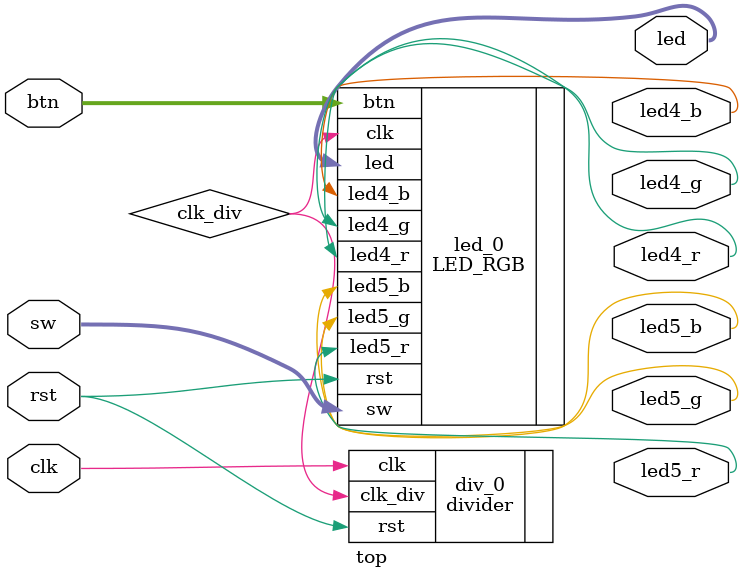
<source format=v>
module top(
    input   clk   ,
    input   rst   ,
    input   [1:0] sw  ,
	input   [3:1] btn,
    output  led4_b, led4_g, led4_r, led5_b, led5_g, led5_r,
	output 	[3:0] led
    );
    
    wire    clk_div ;
    
    LED_RGB led_0(
    .clk    (clk_div),
    .rst    (rst),
    .sw     (sw),
	.btn    (btn),
    .led4_b    (led4_b),
	.led4_g    (led4_g),
	.led4_r    (led4_r),
	.led5_b    (led5_b),
	.led5_g    (led5_g),
	.led5_r    (led5_r),
	.led       (led)
    );
    
    divider div_0(
    .clk    (clk),
    .rst    (rst),
    .clk_div    (clk_div)
    );
    
    
endmodule

</source>
